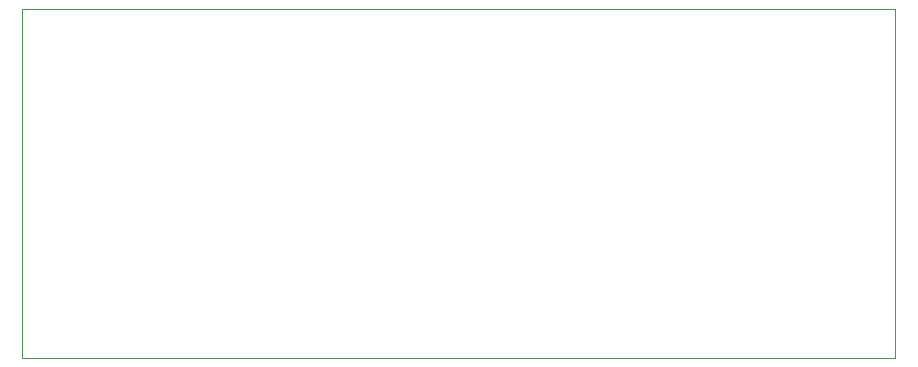
<source format=gbr>
%TF.GenerationSoftware,KiCad,Pcbnew,(6.0.7)*%
%TF.CreationDate,2023-02-23T17:40:15+01:00*%
%TF.ProjectId,freqcount,66726571-636f-4756-9e74-2e6b69636164,rev?*%
%TF.SameCoordinates,PX640f3c0PY67de938*%
%TF.FileFunction,Profile,NP*%
%FSLAX46Y46*%
G04 Gerber Fmt 4.6, Leading zero omitted, Abs format (unit mm)*
G04 Created by KiCad (PCBNEW (6.0.7)) date 2023-02-23 17:40:15*
%MOMM*%
%LPD*%
G01*
G04 APERTURE LIST*
%TA.AperFunction,Profile*%
%ADD10C,0.100000*%
%TD*%
G04 APERTURE END LIST*
D10*
X0Y29520000D02*
X73900000Y29520000D01*
X73900000Y29520000D02*
X73900000Y0D01*
X73900000Y0D02*
X0Y0D01*
X0Y0D02*
X0Y29520000D01*
M02*

</source>
